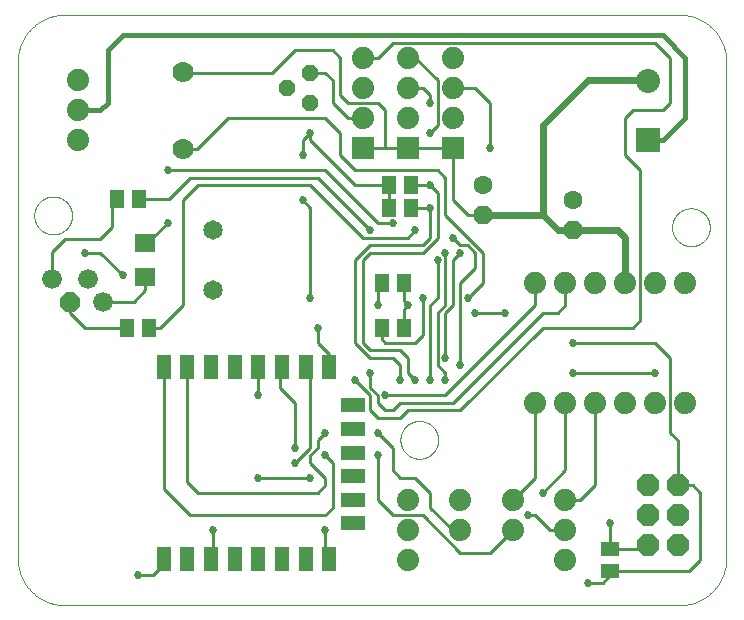
<source format=gtl>
G75*
%MOIN*%
%OFA0B0*%
%FSLAX25Y25*%
%IPPOS*%
%LPD*%
%AMOC8*
5,1,8,0,0,1.08239X$1,22.5*
%
%ADD10C,0.00000*%
%ADD11R,0.04724X0.07874*%
%ADD12R,0.07874X0.04724*%
%ADD13R,0.08000X0.08000*%
%ADD14C,0.08000*%
%ADD15C,0.07400*%
%ADD16C,0.07000*%
%ADD17R,0.07400X0.07400*%
%ADD18R,0.05118X0.05906*%
%ADD19C,0.06500*%
%ADD20R,0.05906X0.05118*%
%ADD21OC8,0.07400*%
%ADD22R,0.07098X0.06299*%
%ADD23OC8,0.05200*%
%ADD24OC8,0.06300*%
%ADD25C,0.06300*%
%ADD26C,0.06600*%
%ADD27OC8,0.06600*%
%ADD28C,0.02400*%
%ADD29C,0.01000*%
%ADD30C,0.02700*%
%ADD31C,0.01600*%
D10*
X0016748Y0029795D02*
X0221472Y0029795D01*
X0221853Y0029800D01*
X0222233Y0029813D01*
X0222613Y0029836D01*
X0222992Y0029869D01*
X0223370Y0029910D01*
X0223747Y0029960D01*
X0224123Y0030020D01*
X0224498Y0030088D01*
X0224870Y0030166D01*
X0225241Y0030253D01*
X0225609Y0030348D01*
X0225975Y0030453D01*
X0226338Y0030566D01*
X0226699Y0030688D01*
X0227056Y0030818D01*
X0227410Y0030958D01*
X0227761Y0031105D01*
X0228108Y0031262D01*
X0228451Y0031426D01*
X0228790Y0031599D01*
X0229125Y0031780D01*
X0229456Y0031969D01*
X0229781Y0032166D01*
X0230102Y0032370D01*
X0230418Y0032583D01*
X0230728Y0032803D01*
X0231034Y0033030D01*
X0231333Y0033265D01*
X0231627Y0033507D01*
X0231915Y0033755D01*
X0232197Y0034011D01*
X0232472Y0034274D01*
X0232741Y0034543D01*
X0233004Y0034818D01*
X0233260Y0035100D01*
X0233508Y0035388D01*
X0233750Y0035682D01*
X0233985Y0035981D01*
X0234212Y0036287D01*
X0234432Y0036597D01*
X0234645Y0036913D01*
X0234849Y0037234D01*
X0235046Y0037559D01*
X0235235Y0037890D01*
X0235416Y0038225D01*
X0235589Y0038564D01*
X0235753Y0038907D01*
X0235910Y0039254D01*
X0236057Y0039605D01*
X0236197Y0039959D01*
X0236327Y0040316D01*
X0236449Y0040677D01*
X0236562Y0041040D01*
X0236667Y0041406D01*
X0236762Y0041774D01*
X0236849Y0042145D01*
X0236927Y0042517D01*
X0236995Y0042892D01*
X0237055Y0043268D01*
X0237105Y0043645D01*
X0237146Y0044023D01*
X0237179Y0044402D01*
X0237202Y0044782D01*
X0237215Y0045162D01*
X0237220Y0045543D01*
X0237220Y0210897D01*
X0237215Y0211278D01*
X0237202Y0211658D01*
X0237179Y0212038D01*
X0237146Y0212417D01*
X0237105Y0212795D01*
X0237055Y0213172D01*
X0236995Y0213548D01*
X0236927Y0213923D01*
X0236849Y0214295D01*
X0236762Y0214666D01*
X0236667Y0215034D01*
X0236562Y0215400D01*
X0236449Y0215763D01*
X0236327Y0216124D01*
X0236197Y0216481D01*
X0236057Y0216835D01*
X0235910Y0217186D01*
X0235753Y0217533D01*
X0235589Y0217876D01*
X0235416Y0218215D01*
X0235235Y0218550D01*
X0235046Y0218881D01*
X0234849Y0219206D01*
X0234645Y0219527D01*
X0234432Y0219843D01*
X0234212Y0220153D01*
X0233985Y0220459D01*
X0233750Y0220758D01*
X0233508Y0221052D01*
X0233260Y0221340D01*
X0233004Y0221622D01*
X0232741Y0221897D01*
X0232472Y0222166D01*
X0232197Y0222429D01*
X0231915Y0222685D01*
X0231627Y0222933D01*
X0231333Y0223175D01*
X0231034Y0223410D01*
X0230728Y0223637D01*
X0230418Y0223857D01*
X0230102Y0224070D01*
X0229781Y0224274D01*
X0229456Y0224471D01*
X0229125Y0224660D01*
X0228790Y0224841D01*
X0228451Y0225014D01*
X0228108Y0225178D01*
X0227761Y0225335D01*
X0227410Y0225482D01*
X0227056Y0225622D01*
X0226699Y0225752D01*
X0226338Y0225874D01*
X0225975Y0225987D01*
X0225609Y0226092D01*
X0225241Y0226187D01*
X0224870Y0226274D01*
X0224498Y0226352D01*
X0224123Y0226420D01*
X0223747Y0226480D01*
X0223370Y0226530D01*
X0222992Y0226571D01*
X0222613Y0226604D01*
X0222233Y0226627D01*
X0221853Y0226640D01*
X0221472Y0226645D01*
X0016748Y0226645D01*
X0016367Y0226640D01*
X0015987Y0226627D01*
X0015607Y0226604D01*
X0015228Y0226571D01*
X0014850Y0226530D01*
X0014473Y0226480D01*
X0014097Y0226420D01*
X0013722Y0226352D01*
X0013350Y0226274D01*
X0012979Y0226187D01*
X0012611Y0226092D01*
X0012245Y0225987D01*
X0011882Y0225874D01*
X0011521Y0225752D01*
X0011164Y0225622D01*
X0010810Y0225482D01*
X0010459Y0225335D01*
X0010112Y0225178D01*
X0009769Y0225014D01*
X0009430Y0224841D01*
X0009095Y0224660D01*
X0008764Y0224471D01*
X0008439Y0224274D01*
X0008118Y0224070D01*
X0007802Y0223857D01*
X0007492Y0223637D01*
X0007186Y0223410D01*
X0006887Y0223175D01*
X0006593Y0222933D01*
X0006305Y0222685D01*
X0006023Y0222429D01*
X0005748Y0222166D01*
X0005479Y0221897D01*
X0005216Y0221622D01*
X0004960Y0221340D01*
X0004712Y0221052D01*
X0004470Y0220758D01*
X0004235Y0220459D01*
X0004008Y0220153D01*
X0003788Y0219843D01*
X0003575Y0219527D01*
X0003371Y0219206D01*
X0003174Y0218881D01*
X0002985Y0218550D01*
X0002804Y0218215D01*
X0002631Y0217876D01*
X0002467Y0217533D01*
X0002310Y0217186D01*
X0002163Y0216835D01*
X0002023Y0216481D01*
X0001893Y0216124D01*
X0001771Y0215763D01*
X0001658Y0215400D01*
X0001553Y0215034D01*
X0001458Y0214666D01*
X0001371Y0214295D01*
X0001293Y0213923D01*
X0001225Y0213548D01*
X0001165Y0213172D01*
X0001115Y0212795D01*
X0001074Y0212417D01*
X0001041Y0212038D01*
X0001018Y0211658D01*
X0001005Y0211278D01*
X0001000Y0210897D01*
X0001000Y0045543D01*
X0001005Y0045162D01*
X0001018Y0044782D01*
X0001041Y0044402D01*
X0001074Y0044023D01*
X0001115Y0043645D01*
X0001165Y0043268D01*
X0001225Y0042892D01*
X0001293Y0042517D01*
X0001371Y0042145D01*
X0001458Y0041774D01*
X0001553Y0041406D01*
X0001658Y0041040D01*
X0001771Y0040677D01*
X0001893Y0040316D01*
X0002023Y0039959D01*
X0002163Y0039605D01*
X0002310Y0039254D01*
X0002467Y0038907D01*
X0002631Y0038564D01*
X0002804Y0038225D01*
X0002985Y0037890D01*
X0003174Y0037559D01*
X0003371Y0037234D01*
X0003575Y0036913D01*
X0003788Y0036597D01*
X0004008Y0036287D01*
X0004235Y0035981D01*
X0004470Y0035682D01*
X0004712Y0035388D01*
X0004960Y0035100D01*
X0005216Y0034818D01*
X0005479Y0034543D01*
X0005748Y0034274D01*
X0006023Y0034011D01*
X0006305Y0033755D01*
X0006593Y0033507D01*
X0006887Y0033265D01*
X0007186Y0033030D01*
X0007492Y0032803D01*
X0007802Y0032583D01*
X0008118Y0032370D01*
X0008439Y0032166D01*
X0008764Y0031969D01*
X0009095Y0031780D01*
X0009430Y0031599D01*
X0009769Y0031426D01*
X0010112Y0031262D01*
X0010459Y0031105D01*
X0010810Y0030958D01*
X0011164Y0030818D01*
X0011521Y0030688D01*
X0011882Y0030566D01*
X0012245Y0030453D01*
X0012611Y0030348D01*
X0012979Y0030253D01*
X0013350Y0030166D01*
X0013722Y0030088D01*
X0014097Y0030020D01*
X0014473Y0029960D01*
X0014850Y0029910D01*
X0015228Y0029869D01*
X0015607Y0029836D01*
X0015987Y0029813D01*
X0016367Y0029800D01*
X0016748Y0029795D01*
X0006512Y0159716D02*
X0006514Y0159874D01*
X0006520Y0160032D01*
X0006530Y0160190D01*
X0006544Y0160348D01*
X0006562Y0160505D01*
X0006583Y0160662D01*
X0006609Y0160818D01*
X0006639Y0160974D01*
X0006672Y0161129D01*
X0006710Y0161282D01*
X0006751Y0161435D01*
X0006796Y0161587D01*
X0006845Y0161738D01*
X0006898Y0161887D01*
X0006954Y0162035D01*
X0007014Y0162181D01*
X0007078Y0162326D01*
X0007146Y0162469D01*
X0007217Y0162611D01*
X0007291Y0162751D01*
X0007369Y0162888D01*
X0007451Y0163024D01*
X0007535Y0163158D01*
X0007624Y0163289D01*
X0007715Y0163418D01*
X0007810Y0163545D01*
X0007907Y0163670D01*
X0008008Y0163792D01*
X0008112Y0163911D01*
X0008219Y0164028D01*
X0008329Y0164142D01*
X0008442Y0164253D01*
X0008557Y0164362D01*
X0008675Y0164467D01*
X0008796Y0164569D01*
X0008919Y0164669D01*
X0009045Y0164765D01*
X0009173Y0164858D01*
X0009303Y0164948D01*
X0009436Y0165034D01*
X0009571Y0165118D01*
X0009707Y0165197D01*
X0009846Y0165274D01*
X0009987Y0165346D01*
X0010129Y0165416D01*
X0010273Y0165481D01*
X0010419Y0165543D01*
X0010566Y0165601D01*
X0010715Y0165656D01*
X0010865Y0165707D01*
X0011016Y0165754D01*
X0011168Y0165797D01*
X0011321Y0165836D01*
X0011476Y0165872D01*
X0011631Y0165903D01*
X0011787Y0165931D01*
X0011943Y0165955D01*
X0012100Y0165975D01*
X0012258Y0165991D01*
X0012415Y0166003D01*
X0012574Y0166011D01*
X0012732Y0166015D01*
X0012890Y0166015D01*
X0013048Y0166011D01*
X0013207Y0166003D01*
X0013364Y0165991D01*
X0013522Y0165975D01*
X0013679Y0165955D01*
X0013835Y0165931D01*
X0013991Y0165903D01*
X0014146Y0165872D01*
X0014301Y0165836D01*
X0014454Y0165797D01*
X0014606Y0165754D01*
X0014757Y0165707D01*
X0014907Y0165656D01*
X0015056Y0165601D01*
X0015203Y0165543D01*
X0015349Y0165481D01*
X0015493Y0165416D01*
X0015635Y0165346D01*
X0015776Y0165274D01*
X0015915Y0165197D01*
X0016051Y0165118D01*
X0016186Y0165034D01*
X0016319Y0164948D01*
X0016449Y0164858D01*
X0016577Y0164765D01*
X0016703Y0164669D01*
X0016826Y0164569D01*
X0016947Y0164467D01*
X0017065Y0164362D01*
X0017180Y0164253D01*
X0017293Y0164142D01*
X0017403Y0164028D01*
X0017510Y0163911D01*
X0017614Y0163792D01*
X0017715Y0163670D01*
X0017812Y0163545D01*
X0017907Y0163418D01*
X0017998Y0163289D01*
X0018087Y0163158D01*
X0018171Y0163024D01*
X0018253Y0162888D01*
X0018331Y0162751D01*
X0018405Y0162611D01*
X0018476Y0162469D01*
X0018544Y0162326D01*
X0018608Y0162181D01*
X0018668Y0162035D01*
X0018724Y0161887D01*
X0018777Y0161738D01*
X0018826Y0161587D01*
X0018871Y0161435D01*
X0018912Y0161282D01*
X0018950Y0161129D01*
X0018983Y0160974D01*
X0019013Y0160818D01*
X0019039Y0160662D01*
X0019060Y0160505D01*
X0019078Y0160348D01*
X0019092Y0160190D01*
X0019102Y0160032D01*
X0019108Y0159874D01*
X0019110Y0159716D01*
X0019108Y0159558D01*
X0019102Y0159400D01*
X0019092Y0159242D01*
X0019078Y0159084D01*
X0019060Y0158927D01*
X0019039Y0158770D01*
X0019013Y0158614D01*
X0018983Y0158458D01*
X0018950Y0158303D01*
X0018912Y0158150D01*
X0018871Y0157997D01*
X0018826Y0157845D01*
X0018777Y0157694D01*
X0018724Y0157545D01*
X0018668Y0157397D01*
X0018608Y0157251D01*
X0018544Y0157106D01*
X0018476Y0156963D01*
X0018405Y0156821D01*
X0018331Y0156681D01*
X0018253Y0156544D01*
X0018171Y0156408D01*
X0018087Y0156274D01*
X0017998Y0156143D01*
X0017907Y0156014D01*
X0017812Y0155887D01*
X0017715Y0155762D01*
X0017614Y0155640D01*
X0017510Y0155521D01*
X0017403Y0155404D01*
X0017293Y0155290D01*
X0017180Y0155179D01*
X0017065Y0155070D01*
X0016947Y0154965D01*
X0016826Y0154863D01*
X0016703Y0154763D01*
X0016577Y0154667D01*
X0016449Y0154574D01*
X0016319Y0154484D01*
X0016186Y0154398D01*
X0016051Y0154314D01*
X0015915Y0154235D01*
X0015776Y0154158D01*
X0015635Y0154086D01*
X0015493Y0154016D01*
X0015349Y0153951D01*
X0015203Y0153889D01*
X0015056Y0153831D01*
X0014907Y0153776D01*
X0014757Y0153725D01*
X0014606Y0153678D01*
X0014454Y0153635D01*
X0014301Y0153596D01*
X0014146Y0153560D01*
X0013991Y0153529D01*
X0013835Y0153501D01*
X0013679Y0153477D01*
X0013522Y0153457D01*
X0013364Y0153441D01*
X0013207Y0153429D01*
X0013048Y0153421D01*
X0012890Y0153417D01*
X0012732Y0153417D01*
X0012574Y0153421D01*
X0012415Y0153429D01*
X0012258Y0153441D01*
X0012100Y0153457D01*
X0011943Y0153477D01*
X0011787Y0153501D01*
X0011631Y0153529D01*
X0011476Y0153560D01*
X0011321Y0153596D01*
X0011168Y0153635D01*
X0011016Y0153678D01*
X0010865Y0153725D01*
X0010715Y0153776D01*
X0010566Y0153831D01*
X0010419Y0153889D01*
X0010273Y0153951D01*
X0010129Y0154016D01*
X0009987Y0154086D01*
X0009846Y0154158D01*
X0009707Y0154235D01*
X0009571Y0154314D01*
X0009436Y0154398D01*
X0009303Y0154484D01*
X0009173Y0154574D01*
X0009045Y0154667D01*
X0008919Y0154763D01*
X0008796Y0154863D01*
X0008675Y0154965D01*
X0008557Y0155070D01*
X0008442Y0155179D01*
X0008329Y0155290D01*
X0008219Y0155404D01*
X0008112Y0155521D01*
X0008008Y0155640D01*
X0007907Y0155762D01*
X0007810Y0155887D01*
X0007715Y0156014D01*
X0007624Y0156143D01*
X0007535Y0156274D01*
X0007451Y0156408D01*
X0007369Y0156544D01*
X0007291Y0156681D01*
X0007217Y0156821D01*
X0007146Y0156963D01*
X0007078Y0157106D01*
X0007014Y0157251D01*
X0006954Y0157397D01*
X0006898Y0157545D01*
X0006845Y0157694D01*
X0006796Y0157845D01*
X0006751Y0157997D01*
X0006710Y0158150D01*
X0006672Y0158303D01*
X0006639Y0158458D01*
X0006609Y0158614D01*
X0006583Y0158770D01*
X0006562Y0158927D01*
X0006544Y0159084D01*
X0006530Y0159242D01*
X0006520Y0159400D01*
X0006514Y0159558D01*
X0006512Y0159716D01*
X0128559Y0084913D02*
X0128561Y0085071D01*
X0128567Y0085229D01*
X0128577Y0085387D01*
X0128591Y0085545D01*
X0128609Y0085702D01*
X0128630Y0085859D01*
X0128656Y0086015D01*
X0128686Y0086171D01*
X0128719Y0086326D01*
X0128757Y0086479D01*
X0128798Y0086632D01*
X0128843Y0086784D01*
X0128892Y0086935D01*
X0128945Y0087084D01*
X0129001Y0087232D01*
X0129061Y0087378D01*
X0129125Y0087523D01*
X0129193Y0087666D01*
X0129264Y0087808D01*
X0129338Y0087948D01*
X0129416Y0088085D01*
X0129498Y0088221D01*
X0129582Y0088355D01*
X0129671Y0088486D01*
X0129762Y0088615D01*
X0129857Y0088742D01*
X0129954Y0088867D01*
X0130055Y0088989D01*
X0130159Y0089108D01*
X0130266Y0089225D01*
X0130376Y0089339D01*
X0130489Y0089450D01*
X0130604Y0089559D01*
X0130722Y0089664D01*
X0130843Y0089766D01*
X0130966Y0089866D01*
X0131092Y0089962D01*
X0131220Y0090055D01*
X0131350Y0090145D01*
X0131483Y0090231D01*
X0131618Y0090315D01*
X0131754Y0090394D01*
X0131893Y0090471D01*
X0132034Y0090543D01*
X0132176Y0090613D01*
X0132320Y0090678D01*
X0132466Y0090740D01*
X0132613Y0090798D01*
X0132762Y0090853D01*
X0132912Y0090904D01*
X0133063Y0090951D01*
X0133215Y0090994D01*
X0133368Y0091033D01*
X0133523Y0091069D01*
X0133678Y0091100D01*
X0133834Y0091128D01*
X0133990Y0091152D01*
X0134147Y0091172D01*
X0134305Y0091188D01*
X0134462Y0091200D01*
X0134621Y0091208D01*
X0134779Y0091212D01*
X0134937Y0091212D01*
X0135095Y0091208D01*
X0135254Y0091200D01*
X0135411Y0091188D01*
X0135569Y0091172D01*
X0135726Y0091152D01*
X0135882Y0091128D01*
X0136038Y0091100D01*
X0136193Y0091069D01*
X0136348Y0091033D01*
X0136501Y0090994D01*
X0136653Y0090951D01*
X0136804Y0090904D01*
X0136954Y0090853D01*
X0137103Y0090798D01*
X0137250Y0090740D01*
X0137396Y0090678D01*
X0137540Y0090613D01*
X0137682Y0090543D01*
X0137823Y0090471D01*
X0137962Y0090394D01*
X0138098Y0090315D01*
X0138233Y0090231D01*
X0138366Y0090145D01*
X0138496Y0090055D01*
X0138624Y0089962D01*
X0138750Y0089866D01*
X0138873Y0089766D01*
X0138994Y0089664D01*
X0139112Y0089559D01*
X0139227Y0089450D01*
X0139340Y0089339D01*
X0139450Y0089225D01*
X0139557Y0089108D01*
X0139661Y0088989D01*
X0139762Y0088867D01*
X0139859Y0088742D01*
X0139954Y0088615D01*
X0140045Y0088486D01*
X0140134Y0088355D01*
X0140218Y0088221D01*
X0140300Y0088085D01*
X0140378Y0087948D01*
X0140452Y0087808D01*
X0140523Y0087666D01*
X0140591Y0087523D01*
X0140655Y0087378D01*
X0140715Y0087232D01*
X0140771Y0087084D01*
X0140824Y0086935D01*
X0140873Y0086784D01*
X0140918Y0086632D01*
X0140959Y0086479D01*
X0140997Y0086326D01*
X0141030Y0086171D01*
X0141060Y0086015D01*
X0141086Y0085859D01*
X0141107Y0085702D01*
X0141125Y0085545D01*
X0141139Y0085387D01*
X0141149Y0085229D01*
X0141155Y0085071D01*
X0141157Y0084913D01*
X0141155Y0084755D01*
X0141149Y0084597D01*
X0141139Y0084439D01*
X0141125Y0084281D01*
X0141107Y0084124D01*
X0141086Y0083967D01*
X0141060Y0083811D01*
X0141030Y0083655D01*
X0140997Y0083500D01*
X0140959Y0083347D01*
X0140918Y0083194D01*
X0140873Y0083042D01*
X0140824Y0082891D01*
X0140771Y0082742D01*
X0140715Y0082594D01*
X0140655Y0082448D01*
X0140591Y0082303D01*
X0140523Y0082160D01*
X0140452Y0082018D01*
X0140378Y0081878D01*
X0140300Y0081741D01*
X0140218Y0081605D01*
X0140134Y0081471D01*
X0140045Y0081340D01*
X0139954Y0081211D01*
X0139859Y0081084D01*
X0139762Y0080959D01*
X0139661Y0080837D01*
X0139557Y0080718D01*
X0139450Y0080601D01*
X0139340Y0080487D01*
X0139227Y0080376D01*
X0139112Y0080267D01*
X0138994Y0080162D01*
X0138873Y0080060D01*
X0138750Y0079960D01*
X0138624Y0079864D01*
X0138496Y0079771D01*
X0138366Y0079681D01*
X0138233Y0079595D01*
X0138098Y0079511D01*
X0137962Y0079432D01*
X0137823Y0079355D01*
X0137682Y0079283D01*
X0137540Y0079213D01*
X0137396Y0079148D01*
X0137250Y0079086D01*
X0137103Y0079028D01*
X0136954Y0078973D01*
X0136804Y0078922D01*
X0136653Y0078875D01*
X0136501Y0078832D01*
X0136348Y0078793D01*
X0136193Y0078757D01*
X0136038Y0078726D01*
X0135882Y0078698D01*
X0135726Y0078674D01*
X0135569Y0078654D01*
X0135411Y0078638D01*
X0135254Y0078626D01*
X0135095Y0078618D01*
X0134937Y0078614D01*
X0134779Y0078614D01*
X0134621Y0078618D01*
X0134462Y0078626D01*
X0134305Y0078638D01*
X0134147Y0078654D01*
X0133990Y0078674D01*
X0133834Y0078698D01*
X0133678Y0078726D01*
X0133523Y0078757D01*
X0133368Y0078793D01*
X0133215Y0078832D01*
X0133063Y0078875D01*
X0132912Y0078922D01*
X0132762Y0078973D01*
X0132613Y0079028D01*
X0132466Y0079086D01*
X0132320Y0079148D01*
X0132176Y0079213D01*
X0132034Y0079283D01*
X0131893Y0079355D01*
X0131754Y0079432D01*
X0131618Y0079511D01*
X0131483Y0079595D01*
X0131350Y0079681D01*
X0131220Y0079771D01*
X0131092Y0079864D01*
X0130966Y0079960D01*
X0130843Y0080060D01*
X0130722Y0080162D01*
X0130604Y0080267D01*
X0130489Y0080376D01*
X0130376Y0080487D01*
X0130266Y0080601D01*
X0130159Y0080718D01*
X0130055Y0080837D01*
X0129954Y0080959D01*
X0129857Y0081084D01*
X0129762Y0081211D01*
X0129671Y0081340D01*
X0129582Y0081471D01*
X0129498Y0081605D01*
X0129416Y0081741D01*
X0129338Y0081878D01*
X0129264Y0082018D01*
X0129193Y0082160D01*
X0129125Y0082303D01*
X0129061Y0082448D01*
X0129001Y0082594D01*
X0128945Y0082742D01*
X0128892Y0082891D01*
X0128843Y0083042D01*
X0128798Y0083194D01*
X0128757Y0083347D01*
X0128719Y0083500D01*
X0128686Y0083655D01*
X0128656Y0083811D01*
X0128630Y0083967D01*
X0128609Y0084124D01*
X0128591Y0084281D01*
X0128577Y0084439D01*
X0128567Y0084597D01*
X0128561Y0084755D01*
X0128559Y0084913D01*
X0219110Y0155779D02*
X0219112Y0155937D01*
X0219118Y0156095D01*
X0219128Y0156253D01*
X0219142Y0156411D01*
X0219160Y0156568D01*
X0219181Y0156725D01*
X0219207Y0156881D01*
X0219237Y0157037D01*
X0219270Y0157192D01*
X0219308Y0157345D01*
X0219349Y0157498D01*
X0219394Y0157650D01*
X0219443Y0157801D01*
X0219496Y0157950D01*
X0219552Y0158098D01*
X0219612Y0158244D01*
X0219676Y0158389D01*
X0219744Y0158532D01*
X0219815Y0158674D01*
X0219889Y0158814D01*
X0219967Y0158951D01*
X0220049Y0159087D01*
X0220133Y0159221D01*
X0220222Y0159352D01*
X0220313Y0159481D01*
X0220408Y0159608D01*
X0220505Y0159733D01*
X0220606Y0159855D01*
X0220710Y0159974D01*
X0220817Y0160091D01*
X0220927Y0160205D01*
X0221040Y0160316D01*
X0221155Y0160425D01*
X0221273Y0160530D01*
X0221394Y0160632D01*
X0221517Y0160732D01*
X0221643Y0160828D01*
X0221771Y0160921D01*
X0221901Y0161011D01*
X0222034Y0161097D01*
X0222169Y0161181D01*
X0222305Y0161260D01*
X0222444Y0161337D01*
X0222585Y0161409D01*
X0222727Y0161479D01*
X0222871Y0161544D01*
X0223017Y0161606D01*
X0223164Y0161664D01*
X0223313Y0161719D01*
X0223463Y0161770D01*
X0223614Y0161817D01*
X0223766Y0161860D01*
X0223919Y0161899D01*
X0224074Y0161935D01*
X0224229Y0161966D01*
X0224385Y0161994D01*
X0224541Y0162018D01*
X0224698Y0162038D01*
X0224856Y0162054D01*
X0225013Y0162066D01*
X0225172Y0162074D01*
X0225330Y0162078D01*
X0225488Y0162078D01*
X0225646Y0162074D01*
X0225805Y0162066D01*
X0225962Y0162054D01*
X0226120Y0162038D01*
X0226277Y0162018D01*
X0226433Y0161994D01*
X0226589Y0161966D01*
X0226744Y0161935D01*
X0226899Y0161899D01*
X0227052Y0161860D01*
X0227204Y0161817D01*
X0227355Y0161770D01*
X0227505Y0161719D01*
X0227654Y0161664D01*
X0227801Y0161606D01*
X0227947Y0161544D01*
X0228091Y0161479D01*
X0228233Y0161409D01*
X0228374Y0161337D01*
X0228513Y0161260D01*
X0228649Y0161181D01*
X0228784Y0161097D01*
X0228917Y0161011D01*
X0229047Y0160921D01*
X0229175Y0160828D01*
X0229301Y0160732D01*
X0229424Y0160632D01*
X0229545Y0160530D01*
X0229663Y0160425D01*
X0229778Y0160316D01*
X0229891Y0160205D01*
X0230001Y0160091D01*
X0230108Y0159974D01*
X0230212Y0159855D01*
X0230313Y0159733D01*
X0230410Y0159608D01*
X0230505Y0159481D01*
X0230596Y0159352D01*
X0230685Y0159221D01*
X0230769Y0159087D01*
X0230851Y0158951D01*
X0230929Y0158814D01*
X0231003Y0158674D01*
X0231074Y0158532D01*
X0231142Y0158389D01*
X0231206Y0158244D01*
X0231266Y0158098D01*
X0231322Y0157950D01*
X0231375Y0157801D01*
X0231424Y0157650D01*
X0231469Y0157498D01*
X0231510Y0157345D01*
X0231548Y0157192D01*
X0231581Y0157037D01*
X0231611Y0156881D01*
X0231637Y0156725D01*
X0231658Y0156568D01*
X0231676Y0156411D01*
X0231690Y0156253D01*
X0231700Y0156095D01*
X0231706Y0155937D01*
X0231708Y0155779D01*
X0231706Y0155621D01*
X0231700Y0155463D01*
X0231690Y0155305D01*
X0231676Y0155147D01*
X0231658Y0154990D01*
X0231637Y0154833D01*
X0231611Y0154677D01*
X0231581Y0154521D01*
X0231548Y0154366D01*
X0231510Y0154213D01*
X0231469Y0154060D01*
X0231424Y0153908D01*
X0231375Y0153757D01*
X0231322Y0153608D01*
X0231266Y0153460D01*
X0231206Y0153314D01*
X0231142Y0153169D01*
X0231074Y0153026D01*
X0231003Y0152884D01*
X0230929Y0152744D01*
X0230851Y0152607D01*
X0230769Y0152471D01*
X0230685Y0152337D01*
X0230596Y0152206D01*
X0230505Y0152077D01*
X0230410Y0151950D01*
X0230313Y0151825D01*
X0230212Y0151703D01*
X0230108Y0151584D01*
X0230001Y0151467D01*
X0229891Y0151353D01*
X0229778Y0151242D01*
X0229663Y0151133D01*
X0229545Y0151028D01*
X0229424Y0150926D01*
X0229301Y0150826D01*
X0229175Y0150730D01*
X0229047Y0150637D01*
X0228917Y0150547D01*
X0228784Y0150461D01*
X0228649Y0150377D01*
X0228513Y0150298D01*
X0228374Y0150221D01*
X0228233Y0150149D01*
X0228091Y0150079D01*
X0227947Y0150014D01*
X0227801Y0149952D01*
X0227654Y0149894D01*
X0227505Y0149839D01*
X0227355Y0149788D01*
X0227204Y0149741D01*
X0227052Y0149698D01*
X0226899Y0149659D01*
X0226744Y0149623D01*
X0226589Y0149592D01*
X0226433Y0149564D01*
X0226277Y0149540D01*
X0226120Y0149520D01*
X0225962Y0149504D01*
X0225805Y0149492D01*
X0225646Y0149484D01*
X0225488Y0149480D01*
X0225330Y0149480D01*
X0225172Y0149484D01*
X0225013Y0149492D01*
X0224856Y0149504D01*
X0224698Y0149520D01*
X0224541Y0149540D01*
X0224385Y0149564D01*
X0224229Y0149592D01*
X0224074Y0149623D01*
X0223919Y0149659D01*
X0223766Y0149698D01*
X0223614Y0149741D01*
X0223463Y0149788D01*
X0223313Y0149839D01*
X0223164Y0149894D01*
X0223017Y0149952D01*
X0222871Y0150014D01*
X0222727Y0150079D01*
X0222585Y0150149D01*
X0222444Y0150221D01*
X0222305Y0150298D01*
X0222169Y0150377D01*
X0222034Y0150461D01*
X0221901Y0150547D01*
X0221771Y0150637D01*
X0221643Y0150730D01*
X0221517Y0150826D01*
X0221394Y0150926D01*
X0221273Y0151028D01*
X0221155Y0151133D01*
X0221040Y0151242D01*
X0220927Y0151353D01*
X0220817Y0151467D01*
X0220710Y0151584D01*
X0220606Y0151703D01*
X0220505Y0151825D01*
X0220408Y0151950D01*
X0220313Y0152077D01*
X0220222Y0152206D01*
X0220133Y0152337D01*
X0220049Y0152471D01*
X0219967Y0152607D01*
X0219889Y0152744D01*
X0219815Y0152884D01*
X0219744Y0153026D01*
X0219676Y0153169D01*
X0219612Y0153314D01*
X0219552Y0153460D01*
X0219496Y0153608D01*
X0219443Y0153757D01*
X0219394Y0153908D01*
X0219349Y0154060D01*
X0219308Y0154213D01*
X0219270Y0154366D01*
X0219237Y0154521D01*
X0219207Y0154677D01*
X0219181Y0154833D01*
X0219160Y0154990D01*
X0219142Y0155147D01*
X0219128Y0155305D01*
X0219118Y0155463D01*
X0219112Y0155621D01*
X0219110Y0155779D01*
D11*
X0104823Y0109048D03*
X0096949Y0109048D03*
X0089075Y0109048D03*
X0081201Y0109048D03*
X0073327Y0109048D03*
X0065453Y0109048D03*
X0057579Y0109048D03*
X0049705Y0109048D03*
X0049705Y0045268D03*
X0057579Y0045268D03*
X0065453Y0045268D03*
X0073327Y0045268D03*
X0081201Y0045268D03*
X0089075Y0045268D03*
X0096949Y0045268D03*
X0104823Y0045268D03*
D12*
X0112697Y0057079D03*
X0112697Y0064953D03*
X0112697Y0072827D03*
X0112697Y0080701D03*
X0112697Y0088575D03*
X0112697Y0096449D03*
D13*
X0211000Y0184795D03*
D14*
X0211000Y0204480D03*
D15*
X0213500Y0137295D03*
X0203500Y0137295D03*
X0193500Y0137295D03*
X0183500Y0137295D03*
X0173500Y0137295D03*
X0173500Y0097295D03*
X0183500Y0097295D03*
X0193500Y0097295D03*
X0203500Y0097295D03*
X0213500Y0097295D03*
X0223500Y0097295D03*
X0223500Y0137295D03*
X0183500Y0064795D03*
X0183500Y0054795D03*
X0183500Y0044795D03*
X0166000Y0054795D03*
X0166000Y0064795D03*
X0148500Y0064795D03*
X0148500Y0054795D03*
X0131000Y0054795D03*
X0131000Y0064795D03*
X0131000Y0044795D03*
X0021000Y0184795D03*
X0021000Y0194795D03*
X0021000Y0204795D03*
X0116000Y0202295D03*
X0116000Y0212295D03*
X0131000Y0212295D03*
X0131000Y0202295D03*
X0131000Y0192295D03*
X0116000Y0192295D03*
X0146000Y0192295D03*
X0146000Y0202295D03*
X0146000Y0212295D03*
D16*
X0056000Y0207590D03*
X0056000Y0182000D03*
D17*
X0116000Y0182295D03*
X0131000Y0182295D03*
X0146000Y0182295D03*
D18*
X0132240Y0169795D03*
X0124760Y0169795D03*
X0124760Y0162295D03*
X0132240Y0162295D03*
X0129740Y0137295D03*
X0122260Y0137295D03*
X0122260Y0122295D03*
X0129740Y0122295D03*
X0044740Y0122295D03*
X0037260Y0122295D03*
X0034071Y0165169D03*
X0041551Y0165169D03*
D19*
X0066000Y0154795D03*
X0066000Y0134795D03*
D20*
X0198500Y0048535D03*
X0198500Y0041055D03*
D21*
X0211000Y0049795D03*
X0211000Y0059795D03*
X0211000Y0069795D03*
X0221000Y0069795D03*
X0221000Y0059795D03*
X0221000Y0049795D03*
D22*
X0043500Y0139197D03*
X0043500Y0150393D03*
D23*
X0090851Y0202237D03*
X0098351Y0207237D03*
X0098351Y0197237D03*
D24*
X0156000Y0159795D03*
X0186000Y0154795D03*
D25*
X0186000Y0164795D03*
X0156000Y0169795D03*
D26*
X0029500Y0130982D03*
X0024500Y0138608D03*
X0012500Y0138608D03*
D27*
X0018500Y0130982D03*
D28*
X0156000Y0159795D02*
X0176000Y0159795D01*
X0176000Y0189795D01*
X0191000Y0204795D01*
X0210685Y0204795D01*
X0211000Y0204480D01*
X0176000Y0159795D02*
X0181000Y0154795D01*
X0186000Y0154795D01*
X0201000Y0154795D01*
X0203500Y0152295D01*
X0203500Y0137295D01*
D29*
X0208500Y0124795D02*
X0206000Y0122295D01*
X0176000Y0122295D01*
X0148500Y0094795D01*
X0131000Y0094795D01*
X0128500Y0092295D01*
X0121000Y0092295D01*
X0118500Y0094795D01*
X0118500Y0099795D01*
X0113500Y0104795D01*
X0118500Y0107295D02*
X0118500Y0102295D01*
X0121000Y0099795D01*
X0121000Y0097295D01*
X0123500Y0094795D01*
X0126000Y0094795D01*
X0128500Y0097295D01*
X0146000Y0097295D01*
X0176000Y0127295D01*
X0181000Y0127295D01*
X0183500Y0129795D01*
X0183500Y0137295D01*
X0173500Y0137295D02*
X0173500Y0129795D01*
X0143500Y0099795D01*
X0123500Y0099795D01*
X0128500Y0104795D02*
X0128500Y0109795D01*
X0126000Y0112295D01*
X0118500Y0112295D01*
X0113500Y0117295D01*
X0113500Y0144795D01*
X0118500Y0149795D01*
X0136000Y0149795D01*
X0138500Y0152295D01*
X0138500Y0162295D01*
X0132240Y0162295D01*
X0133500Y0154795D02*
X0131000Y0152295D01*
X0116000Y0152295D01*
X0098500Y0169795D01*
X0061000Y0169795D01*
X0056000Y0164795D01*
X0056000Y0129795D01*
X0048500Y0122295D01*
X0044740Y0122295D01*
X0037260Y0122295D02*
X0023500Y0122295D01*
X0018500Y0127295D01*
X0018500Y0130982D01*
X0012500Y0138608D02*
X0012500Y0147594D01*
X0016748Y0151842D01*
X0028559Y0151842D01*
X0032496Y0155779D01*
X0032496Y0163653D01*
X0034071Y0165169D01*
X0041551Y0165169D02*
X0051374Y0165169D01*
X0058500Y0172295D01*
X0101000Y0172295D01*
X0118500Y0154795D01*
X0121000Y0157295D02*
X0126000Y0157295D01*
X0124760Y0162295D02*
X0124760Y0169795D01*
X0113500Y0169795D01*
X0098500Y0184795D01*
X0098500Y0187295D01*
X0096000Y0184795D01*
X0096000Y0179795D01*
X0103500Y0174795D02*
X0121000Y0157295D01*
X0118500Y0147295D02*
X0116000Y0144795D01*
X0116000Y0117295D01*
X0118500Y0114795D01*
X0128500Y0114795D01*
X0131000Y0112295D01*
X0131000Y0107295D01*
X0133500Y0104795D01*
X0138500Y0104795D02*
X0138500Y0129795D01*
X0141000Y0132295D01*
X0141000Y0144795D01*
X0143500Y0147295D02*
X0143500Y0129795D01*
X0141000Y0127295D01*
X0141000Y0109795D01*
X0143500Y0107295D01*
X0143500Y0104795D01*
X0148500Y0109795D02*
X0148500Y0137295D01*
X0153500Y0142295D01*
X0153500Y0147295D01*
X0151000Y0149795D01*
X0148500Y0149795D01*
X0146000Y0152295D01*
X0141000Y0152295D02*
X0141000Y0167295D01*
X0138500Y0169795D01*
X0132240Y0169795D01*
X0141000Y0174795D02*
X0143500Y0172295D01*
X0143500Y0159795D01*
X0156000Y0147295D01*
X0156000Y0137295D01*
X0151000Y0132295D01*
X0146000Y0129795D02*
X0146000Y0144795D01*
X0148500Y0147295D01*
X0141000Y0152295D02*
X0136000Y0147295D01*
X0118500Y0147295D01*
X0122260Y0137295D02*
X0123500Y0136055D01*
X0121000Y0134795D01*
X0121000Y0129795D01*
X0122260Y0122295D02*
X0122260Y0118535D01*
X0123500Y0117295D01*
X0133500Y0117295D01*
X0136000Y0119795D01*
X0136000Y0132295D01*
X0131000Y0129795D02*
X0129740Y0128535D01*
X0129740Y0122295D01*
X0131000Y0129795D02*
X0129740Y0131055D01*
X0129740Y0137295D01*
X0143500Y0127295D02*
X0146000Y0129795D01*
X0143500Y0127295D02*
X0143500Y0112295D01*
X0153500Y0127295D02*
X0163500Y0127295D01*
X0186000Y0117295D02*
X0213500Y0117295D01*
X0218500Y0112295D01*
X0218500Y0087295D01*
X0221000Y0084795D01*
X0221000Y0069795D01*
X0226000Y0069795D01*
X0228500Y0067295D01*
X0228500Y0044795D01*
X0224760Y0041055D01*
X0198500Y0041055D01*
X0198500Y0039795D02*
X0196000Y0037295D01*
X0191000Y0037295D01*
X0198500Y0048535D02*
X0198500Y0057295D01*
X0198500Y0048535D02*
X0209740Y0048535D01*
X0211000Y0049795D01*
X0193500Y0069795D02*
X0193500Y0097295D01*
X0183500Y0097295D02*
X0183500Y0074795D01*
X0176000Y0067295D01*
X0173500Y0072295D02*
X0173500Y0097295D01*
X0186000Y0107295D02*
X0213500Y0107295D01*
X0208500Y0124795D02*
X0208500Y0174795D01*
X0203500Y0179795D01*
X0203500Y0192295D01*
X0206000Y0194795D01*
X0216000Y0194795D01*
X0218500Y0197295D01*
X0218500Y0212295D01*
X0213500Y0217295D01*
X0126000Y0217295D01*
X0121000Y0212295D01*
X0116000Y0212295D01*
X0108500Y0212295D02*
X0108500Y0199795D01*
X0111000Y0197295D01*
X0121000Y0197295D01*
X0123500Y0194795D01*
X0123500Y0182295D01*
X0116000Y0182295D01*
X0123500Y0182295D02*
X0131000Y0182295D01*
X0146000Y0182295D01*
X0146000Y0164795D01*
X0151000Y0159795D01*
X0156000Y0159795D01*
X0141000Y0174795D02*
X0113500Y0174795D01*
X0108500Y0179795D01*
X0108500Y0187295D01*
X0103500Y0192295D01*
X0071000Y0192295D01*
X0060705Y0182000D01*
X0056000Y0182000D01*
X0051000Y0174795D02*
X0103500Y0174795D01*
X0096000Y0164795D02*
X0098500Y0162295D01*
X0098500Y0132295D01*
X0101000Y0122295D02*
X0101000Y0117295D01*
X0104823Y0113472D01*
X0104823Y0109048D01*
X0098500Y0107497D02*
X0096949Y0109048D01*
X0098500Y0107497D02*
X0098500Y0082295D01*
X0093500Y0077295D01*
X0093500Y0082295D02*
X0093500Y0097295D01*
X0088500Y0102295D01*
X0088500Y0108473D01*
X0089075Y0109048D01*
X0081201Y0109048D02*
X0081000Y0108847D01*
X0081000Y0099795D01*
X0098500Y0079795D02*
X0098500Y0077295D01*
X0103500Y0072295D01*
X0103500Y0069795D01*
X0101000Y0067295D01*
X0061000Y0067295D01*
X0057579Y0070716D01*
X0057579Y0109048D01*
X0049705Y0109048D02*
X0049705Y0068590D01*
X0058500Y0059795D01*
X0103500Y0059795D01*
X0106000Y0062295D01*
X0106000Y0077295D01*
X0103500Y0079795D01*
X0101000Y0082295D02*
X0101000Y0084795D01*
X0103500Y0087295D01*
X0101000Y0082295D02*
X0098500Y0079795D01*
X0098500Y0072295D02*
X0081000Y0072295D01*
X0066000Y0054795D02*
X0066000Y0045815D01*
X0065453Y0045268D01*
X0049705Y0045268D02*
X0048500Y0044063D01*
X0048500Y0042295D01*
X0046000Y0039795D01*
X0041000Y0039795D01*
X0103500Y0046591D02*
X0104823Y0045268D01*
X0103500Y0046591D02*
X0103500Y0054795D01*
X0121000Y0064795D02*
X0126000Y0059795D01*
X0136000Y0059795D01*
X0148500Y0047295D01*
X0158500Y0047295D01*
X0166000Y0054795D01*
X0171000Y0059795D02*
X0173500Y0059795D01*
X0178500Y0054795D01*
X0183500Y0054795D01*
X0183500Y0064795D02*
X0188500Y0064795D01*
X0193500Y0069795D01*
X0173500Y0072295D02*
X0166000Y0064795D01*
X0148500Y0054795D02*
X0146000Y0054795D01*
X0138500Y0062295D01*
X0138500Y0067295D01*
X0133500Y0072295D01*
X0128500Y0072295D01*
X0126000Y0074795D01*
X0126000Y0082295D01*
X0121000Y0087295D01*
X0121000Y0079795D02*
X0121000Y0064795D01*
X0044098Y0150393D02*
X0051000Y0157295D01*
X0044098Y0150393D02*
X0043500Y0150393D01*
X0043500Y0139197D02*
X0043500Y0134795D01*
X0039687Y0130982D01*
X0029500Y0130982D01*
X0036000Y0139795D02*
X0028500Y0147295D01*
X0023500Y0147295D01*
X0056493Y0207097D02*
X0085802Y0207097D01*
X0093500Y0214795D01*
X0106000Y0214795D01*
X0108500Y0212295D01*
X0103558Y0207237D02*
X0106000Y0204795D01*
X0106000Y0197295D01*
X0111000Y0192295D01*
X0116000Y0192295D01*
X0103558Y0207237D02*
X0098351Y0207237D01*
X0131000Y0202295D02*
X0136000Y0202295D01*
X0138500Y0199795D01*
X0138500Y0197295D01*
X0141000Y0204795D02*
X0141000Y0189795D01*
X0138500Y0187295D01*
X0146000Y0202295D02*
X0153500Y0202295D01*
X0158500Y0197295D01*
X0158500Y0182295D01*
X0141000Y0204795D02*
X0133500Y0212295D01*
X0131000Y0212295D01*
X0056493Y0207097D02*
X0056000Y0207590D01*
D30*
X0051000Y0174795D03*
X0051000Y0157295D03*
X0036000Y0139795D03*
X0023500Y0147295D03*
X0081000Y0099795D03*
X0093500Y0082295D03*
X0093500Y0077295D03*
X0098500Y0072295D03*
X0103500Y0079795D03*
X0103500Y0087295D03*
X0113500Y0104795D03*
X0118500Y0107295D03*
X0123500Y0099795D03*
X0128500Y0104795D03*
X0133500Y0104795D03*
X0138500Y0104795D03*
X0143500Y0104795D03*
X0148500Y0109795D03*
X0143500Y0112295D03*
X0153500Y0127295D03*
X0151000Y0132295D03*
X0148500Y0147295D03*
X0143500Y0147295D03*
X0141000Y0144795D03*
X0146000Y0152295D03*
X0138500Y0162295D03*
X0133500Y0154795D03*
X0126000Y0157295D03*
X0118500Y0154795D03*
X0121000Y0129795D03*
X0131000Y0129795D03*
X0136000Y0132295D03*
X0163500Y0127295D03*
X0186000Y0117295D03*
X0186000Y0107295D03*
X0213500Y0107295D03*
X0198500Y0057295D03*
X0191000Y0037295D03*
X0171000Y0059795D03*
X0176000Y0067295D03*
X0121000Y0079795D03*
X0121000Y0087295D03*
X0103500Y0054795D03*
X0081000Y0072295D03*
X0066000Y0054795D03*
X0041000Y0039795D03*
X0101000Y0122295D03*
X0098500Y0132295D03*
X0096000Y0164795D03*
X0096000Y0179795D03*
X0098500Y0187295D03*
X0138500Y0187295D03*
X0138500Y0197295D03*
X0158500Y0182295D03*
X0138500Y0169795D03*
D31*
X0211000Y0184795D02*
X0216000Y0184795D01*
X0223500Y0192295D01*
X0223500Y0212295D01*
X0216000Y0219795D01*
X0036000Y0219795D01*
X0031000Y0214795D01*
X0031000Y0197295D01*
X0028500Y0194795D01*
X0021000Y0194795D01*
M02*

</source>
